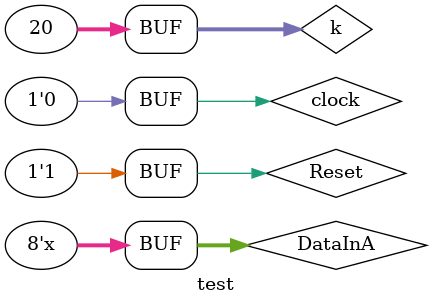
<source format=v>
`timescale 10ps/1ps
`include "MC_A.v"
`include "MC_B.v"
`include "D_Flip_Flop.v"
`include "Adder.v"
`include "Subber.v"
`include "Comparator.v"
`include "Controller.v"

module test;
reg Reset,clock,sign;
reg[7:0] DataInA;
wire WEA,WEB,IncA,IncB;
wire [2:0]AddrA;
wire [7:0]DOut1,DOut2,DataInB, ADDOut, SUBOut;
wire [1:0]AddrB;
wire [4:0]counter;

integer k = 0;

MC_A ma(
    .IncA(IncA),
    .Reset(Reset),
    .clock(clock),
    .AddrA(AddrA),
    .WEA(WEA),
    .DataInA(DataInA),
    .DOut1(DOut1)
);

MC_B mb(
    .IncB(IncB),
    .Reset(Reset),
    .clock(clock),
    .AddrB(AddrB),
    .WEB(WEB),
    .DataInB(DataInB)
);

D_Flip_Flop dff(
    .DOut1(DOut1),
    .clock(clock),
    .DOut2(DOut2)
);

Adder ad(
    .DOut1(DOut1),
    .DOut2(DOut2),
    .ADDOut(ADDOut)
);

Subber sb(
    .DOut1(DOut1),
    .DOut2(DOut2),
    .SUBOut(SUBOut)
);

Comparator cp(
    .DOut1(DOut1),
    .DOut2(DOut2),
    .Sign(Sign)
);

Controller ct(
    .clock(clock),
    .Reset(Reset),
    .IncA(IncA),
    .IncB(IncB),
    .WEA(WEA),
    .WEB(WEB),
    .counter(counter)
);

initial
begin
	clock = 1'b0;
	Reset = 1'b1;
	DataInA = 8'b0;
    for(k = 0; k < 20; k = k + 1)
    begin
          #10 clock = ~clock;
    end
end

initial
begin
    $dumpfile("memo_trans.vcd");
    $dumpvars(0, test);

	#10
	DataInA = 8'b0;
	repeat(8) begin
	#20 DataInA = DataInA + 1;
	end
	DataInA = 8'bz;
end

initial
begin
    #8 Reset = ~Reset;
    #360 Reset = 1'b1;
end
endmodule

</source>
